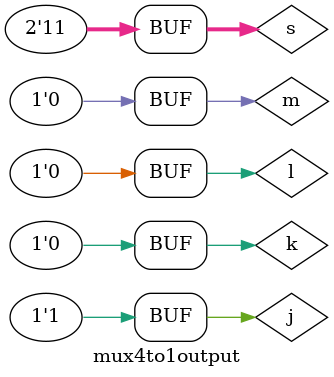
<source format=v>
`timescale 1ns / 1ps


module mux4to1output;

	// Inputs
	reg j;
	reg k;
	reg l;
	reg m;
	reg [1:0] s;

	// Outputs
	wire y;

	// Instantiate the Unit Under Test (UUT)
	multiplexer4to1 uut (
		.j(j), 
		.k(k), 
		.l(l), 
		.m(m), 
		.s(s), 
		.y(y)
	);

	initial begin
		// Initialize Inputs
		j = 1;
		k = 0;
		l = 0;
		m = 0;
		s = 2'b00;

		// Wait 100 ns for global reset to finish
		#100;
        
		// Add stimulus here
      j = 0;
		k = 1;
		l = 0;
		m = 0;
		s = 2'b01;
      #100
		
		j = 1;
		k = 0;
		l = 0;
		m = 0;
		s = 2'b10;
      #100


      j = 1;
		k = 0;
		l = 0;
		m = 0;
		s = 2'b11;

	end
      
endmodule


</source>
